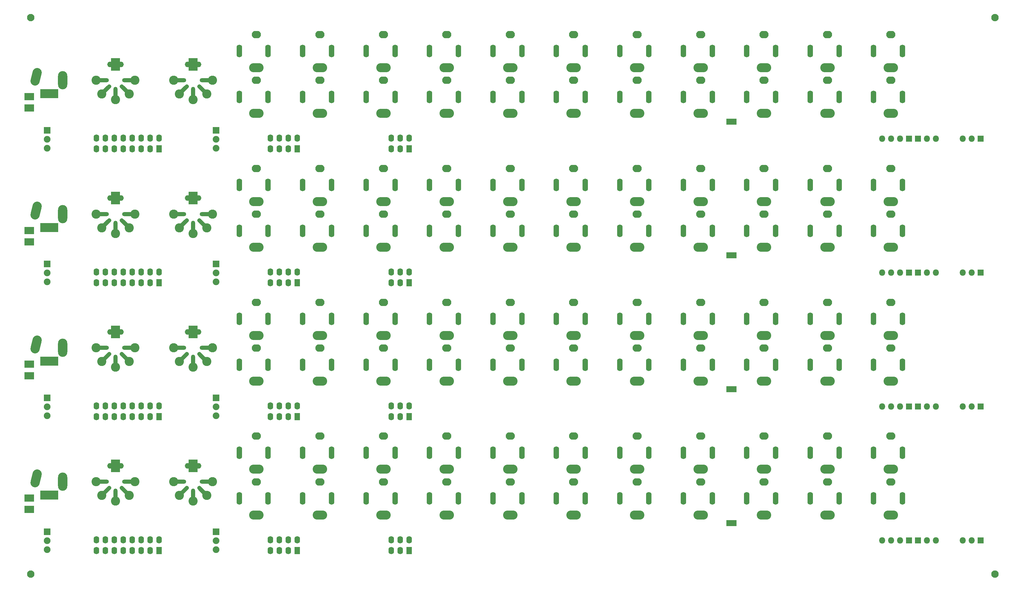
<source format=gts>
G04 #@! TF.FileFunction,Soldermask,Top*
%FSLAX46Y46*%
G04 Gerber Fmt 4.6, Leading zero omitted, Abs format (unit mm)*
G04 Created by KiCad (PCBNEW 4.0.2-stable) date 2020-03-03 5:11:40 PM*
%MOMM*%
G01*
G04 APERTURE LIST*
%ADD10C,0.200000*%
%ADD11C,2.100000*%
%ADD12R,1.800000X1.800000*%
%ADD13O,1.800000X1.800000*%
%ADD14R,2.900000X1.700000*%
%ADD15R,1.900000X1.900000*%
%ADD16C,1.900000*%
%ADD17O,1.600000X2.100000*%
%ADD18R,1.600000X2.100000*%
%ADD19R,2.700000X2.100000*%
%ADD20O,4.100000X2.600000*%
%ADD21O,2.600000X2.100000*%
%ADD22O,1.600000X3.600000*%
%ADD23R,5.180000X2.640000*%
%ADD24O,2.640000X5.180000*%
%ADD25C,2.640000*%
%ADD26C,2.600000*%
%ADD27R,2.600000X3.600000*%
%ADD28O,4.700000X1.550000*%
%ADD29O,4.400000X1.200000*%
%ADD30O,1.200000X4.400000*%
%ADD31C,1.200000*%
G04 APERTURE END LIST*
D10*
D11*
X15000000Y-212500000D03*
X288500000Y-212500000D03*
X288500000Y-54500000D03*
D12*
X264160000Y-202900000D03*
D13*
X261620000Y-202900000D03*
X259080000Y-202900000D03*
X256540000Y-202900000D03*
D12*
X266700000Y-202900000D03*
D13*
X269240000Y-202900000D03*
X271780000Y-202900000D03*
D12*
X284480000Y-202900000D03*
D13*
X281940000Y-202900000D03*
X279400000Y-202900000D03*
D14*
X213750000Y-160000000D03*
X213750000Y-198000000D03*
D12*
X264160000Y-164900000D03*
D13*
X261620000Y-164900000D03*
X259080000Y-164900000D03*
X256540000Y-164900000D03*
D12*
X266700000Y-164900000D03*
D13*
X269240000Y-164900000D03*
X271780000Y-164900000D03*
D12*
X284480000Y-164900000D03*
D13*
X281940000Y-164900000D03*
X279400000Y-164900000D03*
D15*
X67530000Y-200460000D03*
D16*
X67530000Y-203000000D03*
X67530000Y-205540000D03*
D15*
X67530000Y-162460000D03*
D16*
X67530000Y-165000000D03*
X67530000Y-167540000D03*
D17*
X82920000Y-202730000D03*
X82920000Y-205770000D03*
D18*
X90540000Y-205770000D03*
D17*
X90540000Y-202730000D03*
X88000000Y-205770000D03*
X88000000Y-202730000D03*
X85460000Y-205770000D03*
X85460000Y-202730000D03*
X82920000Y-164730000D03*
X82920000Y-167770000D03*
D18*
X90540000Y-167770000D03*
D17*
X90540000Y-164730000D03*
X88000000Y-167770000D03*
X88000000Y-164730000D03*
X85460000Y-167770000D03*
X85460000Y-164730000D03*
D18*
X122290000Y-205770000D03*
D17*
X122290000Y-202730000D03*
X119750000Y-205770000D03*
X119750000Y-202730000D03*
X117210000Y-205770000D03*
X117210000Y-202730000D03*
D18*
X122290000Y-167770000D03*
D17*
X122290000Y-164730000D03*
X119750000Y-167770000D03*
X119750000Y-164730000D03*
X117210000Y-167770000D03*
X117210000Y-164730000D03*
D15*
X19580000Y-200460000D03*
D16*
X19580000Y-203000000D03*
X19580000Y-205540000D03*
D19*
X14500000Y-190900000D03*
X14500000Y-194140000D03*
X14500000Y-152900000D03*
X14500000Y-156140000D03*
D15*
X19580000Y-162460000D03*
D16*
X19580000Y-165000000D03*
X19580000Y-167540000D03*
D17*
X33610000Y-202730000D03*
X33610000Y-205770000D03*
X36150000Y-205770000D03*
X36150000Y-202730000D03*
X38690000Y-202730000D03*
X38690000Y-205770000D03*
X41230000Y-205770000D03*
X41230000Y-202730000D03*
X43770000Y-202730000D03*
X43770000Y-205770000D03*
D18*
X51390000Y-205770000D03*
D17*
X51390000Y-202730000D03*
X48850000Y-205770000D03*
X48850000Y-202730000D03*
X46310000Y-205770000D03*
X46310000Y-202730000D03*
X33610000Y-164730000D03*
X33610000Y-167770000D03*
X36150000Y-167770000D03*
X36150000Y-164730000D03*
X38690000Y-164730000D03*
X38690000Y-167770000D03*
X41230000Y-167770000D03*
X41230000Y-164730000D03*
X43770000Y-164730000D03*
X43770000Y-167770000D03*
D18*
X51390000Y-167770000D03*
D17*
X51390000Y-164730000D03*
X48850000Y-167770000D03*
X48850000Y-164730000D03*
X46310000Y-167770000D03*
X46310000Y-164730000D03*
D20*
X79000000Y-195700000D03*
D21*
X79000000Y-186300000D03*
D22*
X74100000Y-191000000D03*
X82300000Y-191000000D03*
D23*
X20250000Y-190060000D03*
D24*
X24060000Y-186250000D03*
D25*
X16768700Y-184023274D02*
X16111300Y-186476726D01*
D26*
X33500000Y-186250000D03*
X44500000Y-186250000D03*
X39000000Y-191750000D03*
D27*
X39000000Y-181750000D03*
D26*
X35110000Y-190140000D03*
X42890000Y-190140000D03*
D28*
X39000000Y-181750000D03*
D29*
X34900000Y-186250000D03*
X43100000Y-186250000D03*
D30*
X39000000Y-190350000D03*
D31*
X34968629Y-190281371D02*
X37231371Y-188018629D01*
X40768629Y-188018629D02*
X43031371Y-190281371D01*
D26*
X55500000Y-186250000D03*
X66500000Y-186250000D03*
X61000000Y-191750000D03*
D27*
X61000000Y-181750000D03*
D26*
X57110000Y-190140000D03*
X64890000Y-190140000D03*
D28*
X61000000Y-181750000D03*
D29*
X56900000Y-186250000D03*
X65100000Y-186250000D03*
D30*
X61000000Y-190350000D03*
D31*
X56968629Y-190281371D02*
X59231371Y-188018629D01*
X62768629Y-188018629D02*
X65031371Y-190281371D01*
D20*
X79000000Y-182700000D03*
D21*
X79000000Y-173300000D03*
D22*
X74100000Y-178000000D03*
X82300000Y-178000000D03*
D20*
X97000000Y-157700000D03*
D21*
X97000000Y-148300000D03*
D22*
X92100000Y-153000000D03*
X100300000Y-153000000D03*
D20*
X97000000Y-144700000D03*
D21*
X97000000Y-135300000D03*
D22*
X92100000Y-140000000D03*
X100300000Y-140000000D03*
D20*
X133000000Y-144700000D03*
D21*
X133000000Y-135300000D03*
D22*
X128100000Y-140000000D03*
X136300000Y-140000000D03*
D20*
X133000000Y-157700000D03*
D21*
X133000000Y-148300000D03*
D22*
X128100000Y-153000000D03*
X136300000Y-153000000D03*
D20*
X115000000Y-157700000D03*
D21*
X115000000Y-148300000D03*
D22*
X110100000Y-153000000D03*
X118300000Y-153000000D03*
D20*
X115000000Y-144700000D03*
D21*
X115000000Y-135300000D03*
D22*
X110100000Y-140000000D03*
X118300000Y-140000000D03*
D20*
X133000000Y-182700000D03*
D21*
X133000000Y-173300000D03*
D22*
X128100000Y-178000000D03*
X136300000Y-178000000D03*
D20*
X133000000Y-195700000D03*
D21*
X133000000Y-186300000D03*
D22*
X128100000Y-191000000D03*
X136300000Y-191000000D03*
D20*
X97000000Y-182700000D03*
D21*
X97000000Y-173300000D03*
D22*
X92100000Y-178000000D03*
X100300000Y-178000000D03*
D20*
X115000000Y-195700000D03*
D21*
X115000000Y-186300000D03*
D22*
X110100000Y-191000000D03*
X118300000Y-191000000D03*
D20*
X115000000Y-182700000D03*
D21*
X115000000Y-173300000D03*
D22*
X110100000Y-178000000D03*
X118300000Y-178000000D03*
D20*
X97000000Y-195700000D03*
D21*
X97000000Y-186300000D03*
D22*
X92100000Y-191000000D03*
X100300000Y-191000000D03*
D23*
X20250000Y-152060000D03*
D24*
X24060000Y-148250000D03*
D25*
X16768700Y-146023274D02*
X16111300Y-148476726D01*
D26*
X33500000Y-148250000D03*
X44500000Y-148250000D03*
X39000000Y-153750000D03*
D27*
X39000000Y-143750000D03*
D26*
X35110000Y-152140000D03*
X42890000Y-152140000D03*
D28*
X39000000Y-143750000D03*
D29*
X34900000Y-148250000D03*
X43100000Y-148250000D03*
D30*
X39000000Y-152350000D03*
D31*
X34968629Y-152281371D02*
X37231371Y-150018629D01*
X40768629Y-150018629D02*
X43031371Y-152281371D01*
D26*
X55500000Y-148250000D03*
X66500000Y-148250000D03*
X61000000Y-153750000D03*
D27*
X61000000Y-143750000D03*
D26*
X57110000Y-152140000D03*
X64890000Y-152140000D03*
D28*
X61000000Y-143750000D03*
D29*
X56900000Y-148250000D03*
X65100000Y-148250000D03*
D30*
X61000000Y-152350000D03*
D31*
X56968629Y-152281371D02*
X59231371Y-150018629D01*
X62768629Y-150018629D02*
X65031371Y-152281371D01*
D20*
X79000000Y-144700000D03*
D21*
X79000000Y-135300000D03*
D22*
X74100000Y-140000000D03*
X82300000Y-140000000D03*
D20*
X79000000Y-157700000D03*
D21*
X79000000Y-148300000D03*
D22*
X74100000Y-153000000D03*
X82300000Y-153000000D03*
D20*
X241000000Y-144700000D03*
D21*
X241000000Y-135300000D03*
D22*
X236100000Y-140000000D03*
X244300000Y-140000000D03*
D20*
X259000000Y-144700000D03*
D21*
X259000000Y-135300000D03*
D22*
X254100000Y-140000000D03*
X262300000Y-140000000D03*
D20*
X223000000Y-144700000D03*
D21*
X223000000Y-135300000D03*
D22*
X218100000Y-140000000D03*
X226300000Y-140000000D03*
D20*
X259000000Y-157700000D03*
D21*
X259000000Y-148300000D03*
D22*
X254100000Y-153000000D03*
X262300000Y-153000000D03*
D20*
X223000000Y-157700000D03*
D21*
X223000000Y-148300000D03*
D22*
X218100000Y-153000000D03*
X226300000Y-153000000D03*
D20*
X169000000Y-144700000D03*
D21*
X169000000Y-135300000D03*
D22*
X164100000Y-140000000D03*
X172300000Y-140000000D03*
D20*
X205000000Y-144700000D03*
D21*
X205000000Y-135300000D03*
D22*
X200100000Y-140000000D03*
X208300000Y-140000000D03*
D20*
X187000000Y-157700000D03*
D21*
X187000000Y-148300000D03*
D22*
X182100000Y-153000000D03*
X190300000Y-153000000D03*
D20*
X187000000Y-144700000D03*
D21*
X187000000Y-135300000D03*
D22*
X182100000Y-140000000D03*
X190300000Y-140000000D03*
D20*
X169000000Y-157700000D03*
D21*
X169000000Y-148300000D03*
D22*
X164100000Y-153000000D03*
X172300000Y-153000000D03*
D20*
X223000000Y-182700000D03*
D21*
X223000000Y-173300000D03*
D22*
X218100000Y-178000000D03*
X226300000Y-178000000D03*
D20*
X187000000Y-195700000D03*
D21*
X187000000Y-186300000D03*
D22*
X182100000Y-191000000D03*
X190300000Y-191000000D03*
D20*
X205000000Y-182700000D03*
D21*
X205000000Y-173300000D03*
D22*
X200100000Y-178000000D03*
X208300000Y-178000000D03*
D20*
X187000000Y-182700000D03*
D21*
X187000000Y-173300000D03*
D22*
X182100000Y-178000000D03*
X190300000Y-178000000D03*
D20*
X205000000Y-195700000D03*
D21*
X205000000Y-186300000D03*
D22*
X200100000Y-191000000D03*
X208300000Y-191000000D03*
D20*
X223000000Y-195700000D03*
D21*
X223000000Y-186300000D03*
D22*
X218100000Y-191000000D03*
X226300000Y-191000000D03*
D20*
X205000000Y-157700000D03*
D21*
X205000000Y-148300000D03*
D22*
X200100000Y-153000000D03*
X208300000Y-153000000D03*
D20*
X169000000Y-182700000D03*
D21*
X169000000Y-173300000D03*
D22*
X164100000Y-178000000D03*
X172300000Y-178000000D03*
D20*
X151000000Y-144700000D03*
D21*
X151000000Y-135300000D03*
D22*
X146100000Y-140000000D03*
X154300000Y-140000000D03*
D20*
X151000000Y-182700000D03*
D21*
X151000000Y-173300000D03*
D22*
X146100000Y-178000000D03*
X154300000Y-178000000D03*
D20*
X169000000Y-195700000D03*
D21*
X169000000Y-186300000D03*
D22*
X164100000Y-191000000D03*
X172300000Y-191000000D03*
D20*
X151000000Y-195700000D03*
D21*
X151000000Y-186300000D03*
D22*
X146100000Y-191000000D03*
X154300000Y-191000000D03*
D20*
X151000000Y-157700000D03*
D21*
X151000000Y-148300000D03*
D22*
X146100000Y-153000000D03*
X154300000Y-153000000D03*
D20*
X259000000Y-195700000D03*
D21*
X259000000Y-186300000D03*
D22*
X254100000Y-191000000D03*
X262300000Y-191000000D03*
D20*
X241000000Y-195700000D03*
D21*
X241000000Y-186300000D03*
D22*
X236100000Y-191000000D03*
X244300000Y-191000000D03*
D20*
X241000000Y-182700000D03*
D21*
X241000000Y-173300000D03*
D22*
X236100000Y-178000000D03*
X244300000Y-178000000D03*
D20*
X259000000Y-182700000D03*
D21*
X259000000Y-173300000D03*
D22*
X254100000Y-178000000D03*
X262300000Y-178000000D03*
D20*
X241000000Y-157700000D03*
D21*
X241000000Y-148300000D03*
D22*
X236100000Y-153000000D03*
X244300000Y-153000000D03*
D19*
X14500000Y-114900000D03*
X14500000Y-118140000D03*
D15*
X19580000Y-124460000D03*
D16*
X19580000Y-127000000D03*
X19580000Y-129540000D03*
D17*
X33610000Y-126730000D03*
X33610000Y-129770000D03*
X36150000Y-129770000D03*
X36150000Y-126730000D03*
X38690000Y-126730000D03*
X38690000Y-129770000D03*
X41230000Y-129770000D03*
X41230000Y-126730000D03*
X43770000Y-126730000D03*
X43770000Y-129770000D03*
D18*
X51390000Y-129770000D03*
D17*
X51390000Y-126730000D03*
X48850000Y-129770000D03*
X48850000Y-126730000D03*
X46310000Y-129770000D03*
X46310000Y-126730000D03*
D15*
X67530000Y-124460000D03*
D16*
X67530000Y-127000000D03*
X67530000Y-129540000D03*
D17*
X82920000Y-126730000D03*
X82920000Y-129770000D03*
D18*
X90540000Y-129770000D03*
D17*
X90540000Y-126730000D03*
X88000000Y-129770000D03*
X88000000Y-126730000D03*
X85460000Y-129770000D03*
X85460000Y-126730000D03*
D18*
X122290000Y-129770000D03*
D17*
X122290000Y-126730000D03*
X119750000Y-129770000D03*
X119750000Y-126730000D03*
X117210000Y-129770000D03*
X117210000Y-126730000D03*
D14*
X213750000Y-122000000D03*
D12*
X264160000Y-126900000D03*
D13*
X261620000Y-126900000D03*
X259080000Y-126900000D03*
X256540000Y-126900000D03*
D12*
X266700000Y-126900000D03*
D13*
X269240000Y-126900000D03*
X271780000Y-126900000D03*
D12*
X284480000Y-126900000D03*
D13*
X281940000Y-126900000D03*
X279400000Y-126900000D03*
D20*
X205000000Y-119700000D03*
D21*
X205000000Y-110300000D03*
D22*
X200100000Y-115000000D03*
X208300000Y-115000000D03*
D20*
X205000000Y-106700000D03*
D21*
X205000000Y-97300000D03*
D22*
X200100000Y-102000000D03*
X208300000Y-102000000D03*
D20*
X187000000Y-119700000D03*
D21*
X187000000Y-110300000D03*
D22*
X182100000Y-115000000D03*
X190300000Y-115000000D03*
D20*
X187000000Y-106700000D03*
D21*
X187000000Y-97300000D03*
D22*
X182100000Y-102000000D03*
X190300000Y-102000000D03*
D20*
X169000000Y-119700000D03*
D21*
X169000000Y-110300000D03*
D22*
X164100000Y-115000000D03*
X172300000Y-115000000D03*
D20*
X169000000Y-106700000D03*
D21*
X169000000Y-97300000D03*
D22*
X164100000Y-102000000D03*
X172300000Y-102000000D03*
D20*
X115000000Y-106700000D03*
D21*
X115000000Y-97300000D03*
D22*
X110100000Y-102000000D03*
X118300000Y-102000000D03*
D20*
X133000000Y-106700000D03*
D21*
X133000000Y-97300000D03*
D22*
X128100000Y-102000000D03*
X136300000Y-102000000D03*
D20*
X151000000Y-106700000D03*
D21*
X151000000Y-97300000D03*
D22*
X146100000Y-102000000D03*
X154300000Y-102000000D03*
D20*
X133000000Y-119700000D03*
D21*
X133000000Y-110300000D03*
D22*
X128100000Y-115000000D03*
X136300000Y-115000000D03*
D20*
X115000000Y-119700000D03*
D21*
X115000000Y-110300000D03*
D22*
X110100000Y-115000000D03*
X118300000Y-115000000D03*
D20*
X151000000Y-119700000D03*
D21*
X151000000Y-110300000D03*
D22*
X146100000Y-115000000D03*
X154300000Y-115000000D03*
D26*
X55500000Y-110250000D03*
X66500000Y-110250000D03*
X61000000Y-115750000D03*
D27*
X61000000Y-105750000D03*
D26*
X57110000Y-114140000D03*
X64890000Y-114140000D03*
D28*
X61000000Y-105750000D03*
D29*
X56900000Y-110250000D03*
X65100000Y-110250000D03*
D30*
X61000000Y-114350000D03*
D31*
X56968629Y-114281371D02*
X59231371Y-112018629D01*
X62768629Y-112018629D02*
X65031371Y-114281371D01*
D20*
X79000000Y-106700000D03*
D21*
X79000000Y-97300000D03*
D22*
X74100000Y-102000000D03*
X82300000Y-102000000D03*
D20*
X97000000Y-119700000D03*
D21*
X97000000Y-110300000D03*
D22*
X92100000Y-115000000D03*
X100300000Y-115000000D03*
D20*
X97000000Y-106700000D03*
D21*
X97000000Y-97300000D03*
D22*
X92100000Y-102000000D03*
X100300000Y-102000000D03*
D20*
X79000000Y-119700000D03*
D21*
X79000000Y-110300000D03*
D22*
X74100000Y-115000000D03*
X82300000Y-115000000D03*
D23*
X20250000Y-114060000D03*
D24*
X24060000Y-110250000D03*
D25*
X16768700Y-108023274D02*
X16111300Y-110476726D01*
D26*
X33500000Y-110250000D03*
X44500000Y-110250000D03*
X39000000Y-115750000D03*
D27*
X39000000Y-105750000D03*
D26*
X35110000Y-114140000D03*
X42890000Y-114140000D03*
D28*
X39000000Y-105750000D03*
D29*
X34900000Y-110250000D03*
X43100000Y-110250000D03*
D30*
X39000000Y-114350000D03*
D31*
X34968629Y-114281371D02*
X37231371Y-112018629D01*
X40768629Y-112018629D02*
X43031371Y-114281371D01*
D20*
X259000000Y-106700000D03*
D21*
X259000000Y-97300000D03*
D22*
X254100000Y-102000000D03*
X262300000Y-102000000D03*
D20*
X241000000Y-119700000D03*
D21*
X241000000Y-110300000D03*
D22*
X236100000Y-115000000D03*
X244300000Y-115000000D03*
D20*
X241000000Y-106700000D03*
D21*
X241000000Y-97300000D03*
D22*
X236100000Y-102000000D03*
X244300000Y-102000000D03*
D20*
X223000000Y-119700000D03*
D21*
X223000000Y-110300000D03*
D22*
X218100000Y-115000000D03*
X226300000Y-115000000D03*
D20*
X223000000Y-106700000D03*
D21*
X223000000Y-97300000D03*
D22*
X218100000Y-102000000D03*
X226300000Y-102000000D03*
D20*
X259000000Y-119700000D03*
D21*
X259000000Y-110300000D03*
D22*
X254100000Y-115000000D03*
X262300000Y-115000000D03*
D23*
X20250000Y-76060000D03*
D24*
X24060000Y-72250000D03*
D25*
X16768700Y-70023274D02*
X16111300Y-72476726D01*
D18*
X122290000Y-91770000D03*
D17*
X122290000Y-88730000D03*
X119750000Y-91770000D03*
X119750000Y-88730000D03*
X117210000Y-91770000D03*
X117210000Y-88730000D03*
D20*
X79000000Y-81700000D03*
D21*
X79000000Y-72300000D03*
D22*
X74100000Y-77000000D03*
X82300000Y-77000000D03*
D20*
X79000000Y-68700000D03*
D21*
X79000000Y-59300000D03*
D22*
X74100000Y-64000000D03*
X82300000Y-64000000D03*
D20*
X97000000Y-68700000D03*
D21*
X97000000Y-59300000D03*
D22*
X92100000Y-64000000D03*
X100300000Y-64000000D03*
D20*
X97000000Y-81700000D03*
D21*
X97000000Y-72300000D03*
D22*
X92100000Y-77000000D03*
X100300000Y-77000000D03*
D20*
X115000000Y-68700000D03*
D21*
X115000000Y-59300000D03*
D22*
X110100000Y-64000000D03*
X118300000Y-64000000D03*
D20*
X115000000Y-81700000D03*
D21*
X115000000Y-72300000D03*
D22*
X110100000Y-77000000D03*
X118300000Y-77000000D03*
D20*
X133000000Y-68700000D03*
D21*
X133000000Y-59300000D03*
D22*
X128100000Y-64000000D03*
X136300000Y-64000000D03*
D20*
X133000000Y-81700000D03*
D21*
X133000000Y-72300000D03*
D22*
X128100000Y-77000000D03*
X136300000Y-77000000D03*
D20*
X151000000Y-68700000D03*
D21*
X151000000Y-59300000D03*
D22*
X146100000Y-64000000D03*
X154300000Y-64000000D03*
D20*
X151000000Y-81700000D03*
D21*
X151000000Y-72300000D03*
D22*
X146100000Y-77000000D03*
X154300000Y-77000000D03*
D20*
X169000000Y-68700000D03*
D21*
X169000000Y-59300000D03*
D22*
X164100000Y-64000000D03*
X172300000Y-64000000D03*
D20*
X169000000Y-81700000D03*
D21*
X169000000Y-72300000D03*
D22*
X164100000Y-77000000D03*
X172300000Y-77000000D03*
D20*
X187000000Y-68700000D03*
D21*
X187000000Y-59300000D03*
D22*
X182100000Y-64000000D03*
X190300000Y-64000000D03*
D20*
X187000000Y-81700000D03*
D21*
X187000000Y-72300000D03*
D22*
X182100000Y-77000000D03*
X190300000Y-77000000D03*
D20*
X205000000Y-68700000D03*
D21*
X205000000Y-59300000D03*
D22*
X200100000Y-64000000D03*
X208300000Y-64000000D03*
D20*
X205000000Y-81700000D03*
D21*
X205000000Y-72300000D03*
D22*
X200100000Y-77000000D03*
X208300000Y-77000000D03*
D20*
X223000000Y-68700000D03*
D21*
X223000000Y-59300000D03*
D22*
X218100000Y-64000000D03*
X226300000Y-64000000D03*
D20*
X223000000Y-81700000D03*
D21*
X223000000Y-72300000D03*
D22*
X218100000Y-77000000D03*
X226300000Y-77000000D03*
D20*
X241000000Y-68700000D03*
D21*
X241000000Y-59300000D03*
D22*
X236100000Y-64000000D03*
X244300000Y-64000000D03*
D20*
X241000000Y-81700000D03*
D21*
X241000000Y-72300000D03*
D22*
X236100000Y-77000000D03*
X244300000Y-77000000D03*
D20*
X259000000Y-81700000D03*
D21*
X259000000Y-72300000D03*
D22*
X254100000Y-77000000D03*
X262300000Y-77000000D03*
D20*
X259000000Y-68700000D03*
D21*
X259000000Y-59300000D03*
D22*
X254100000Y-64000000D03*
X262300000Y-64000000D03*
D19*
X14500000Y-76900000D03*
X14500000Y-80140000D03*
D12*
X284480000Y-88900000D03*
D13*
X281940000Y-88900000D03*
X279400000Y-88900000D03*
D14*
X213750000Y-84000000D03*
D26*
X33500000Y-72250000D03*
X44500000Y-72250000D03*
X39000000Y-77750000D03*
D27*
X39000000Y-67750000D03*
D26*
X35110000Y-76140000D03*
X42890000Y-76140000D03*
D28*
X39000000Y-67750000D03*
D29*
X34900000Y-72250000D03*
X43100000Y-72250000D03*
D30*
X39000000Y-76350000D03*
D31*
X34968629Y-76281371D02*
X37231371Y-74018629D01*
X40768629Y-74018629D02*
X43031371Y-76281371D01*
D26*
X55500000Y-72250000D03*
X66500000Y-72250000D03*
X61000000Y-77750000D03*
D27*
X61000000Y-67750000D03*
D26*
X57110000Y-76140000D03*
X64890000Y-76140000D03*
D28*
X61000000Y-67750000D03*
D29*
X56900000Y-72250000D03*
X65100000Y-72250000D03*
D30*
X61000000Y-76350000D03*
D31*
X56968629Y-76281371D02*
X59231371Y-74018629D01*
X62768629Y-74018629D02*
X65031371Y-76281371D01*
D15*
X67530000Y-86460000D03*
D16*
X67530000Y-89000000D03*
X67530000Y-91540000D03*
D15*
X19580000Y-86460000D03*
D16*
X19580000Y-89000000D03*
X19580000Y-91540000D03*
D12*
X264160000Y-88900000D03*
D13*
X261620000Y-88900000D03*
X259080000Y-88900000D03*
X256540000Y-88900000D03*
D12*
X266700000Y-88900000D03*
D13*
X269240000Y-88900000D03*
X271780000Y-88900000D03*
D17*
X33610000Y-88730000D03*
X33610000Y-91770000D03*
X36150000Y-91770000D03*
X36150000Y-88730000D03*
X38690000Y-88730000D03*
X38690000Y-91770000D03*
X41230000Y-91770000D03*
X41230000Y-88730000D03*
X43770000Y-88730000D03*
X43770000Y-91770000D03*
D18*
X51390000Y-91770000D03*
D17*
X51390000Y-88730000D03*
X48850000Y-91770000D03*
X48850000Y-88730000D03*
X46310000Y-91770000D03*
X46310000Y-88730000D03*
X82920000Y-88730000D03*
X82920000Y-91770000D03*
D18*
X90540000Y-91770000D03*
D17*
X90540000Y-88730000D03*
X88000000Y-91770000D03*
X88000000Y-88730000D03*
X85460000Y-91770000D03*
X85460000Y-88730000D03*
D11*
X15000000Y-54500000D03*
M02*

</source>
